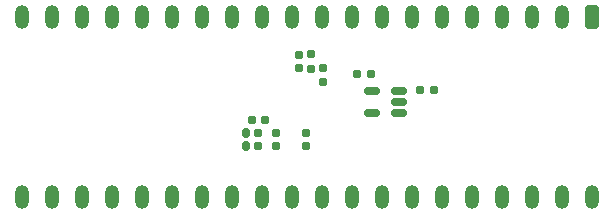
<source format=gbs>
%TF.GenerationSoftware,KiCad,Pcbnew,6.0.2*%
%TF.CreationDate,2022-04-10T12:21:25-06:00*%
%TF.ProjectId,FPGA_1,46504741-5f31-42e6-9b69-6361645f7063,rev?*%
%TF.SameCoordinates,Original*%
%TF.FileFunction,Soldermask,Bot*%
%TF.FilePolarity,Negative*%
%FSLAX46Y46*%
G04 Gerber Fmt 4.6, Leading zero omitted, Abs format (unit mm)*
G04 Created by KiCad (PCBNEW 6.0.2) date 2022-04-10 12:21:25*
%MOMM*%
%LPD*%
G01*
G04 APERTURE LIST*
G04 Aperture macros list*
%AMRoundRect*
0 Rectangle with rounded corners*
0 $1 Rounding radius*
0 $2 $3 $4 $5 $6 $7 $8 $9 X,Y pos of 4 corners*
0 Add a 4 corners polygon primitive as box body*
4,1,4,$2,$3,$4,$5,$6,$7,$8,$9,$2,$3,0*
0 Add four circle primitives for the rounded corners*
1,1,$1+$1,$2,$3*
1,1,$1+$1,$4,$5*
1,1,$1+$1,$6,$7*
1,1,$1+$1,$8,$9*
0 Add four rect primitives between the rounded corners*
20,1,$1+$1,$2,$3,$4,$5,0*
20,1,$1+$1,$4,$5,$6,$7,0*
20,1,$1+$1,$6,$7,$8,$9,0*
20,1,$1+$1,$8,$9,$2,$3,0*%
%AMOutline5P*
0 Free polygon, 5 corners , with rotation*
0 The origin of the aperture is its center*
0 number of corners: always 5*
0 $1 to $10 corner X, Y*
0 $11 Rotation angle, in degrees counterclockwise*
0 create outline with 5 corners*
4,1,5,$1,$2,$3,$4,$5,$6,$7,$8,$9,$10,$1,$2,$11*%
%AMOutline6P*
0 Free polygon, 6 corners , with rotation*
0 The origin of the aperture is its center*
0 number of corners: always 6*
0 $1 to $12 corner X, Y*
0 $13 Rotation angle, in degrees counterclockwise*
0 create outline with 6 corners*
4,1,6,$1,$2,$3,$4,$5,$6,$7,$8,$9,$10,$11,$12,$1,$2,$13*%
%AMOutline7P*
0 Free polygon, 7 corners , with rotation*
0 The origin of the aperture is its center*
0 number of corners: always 7*
0 $1 to $14 corner X, Y*
0 $15 Rotation angle, in degrees counterclockwise*
0 create outline with 7 corners*
4,1,7,$1,$2,$3,$4,$5,$6,$7,$8,$9,$10,$11,$12,$13,$14,$1,$2,$15*%
%AMOutline8P*
0 Free polygon, 8 corners , with rotation*
0 The origin of the aperture is its center*
0 number of corners: always 8*
0 $1 to $16 corner X, Y*
0 $17 Rotation angle, in degrees counterclockwise*
0 create outline with 8 corners*
4,1,8,$1,$2,$3,$4,$5,$6,$7,$8,$9,$10,$11,$12,$13,$14,$15,$16,$1,$2,$17*%
G04 Aperture macros list end*
%ADD10Outline8P,-0.600000X0.760000X-0.360000X1.000000X0.360000X1.000000X0.600000X0.760000X0.600000X-0.760000X0.360000X-1.000000X-0.360000X-1.000000X-0.600000X-0.760000X180.000000*%
%ADD11O,1.200000X2.000000*%
%ADD12RoundRect,0.155000X0.155000X-0.212500X0.155000X0.212500X-0.155000X0.212500X-0.155000X-0.212500X0*%
%ADD13RoundRect,0.160000X-0.160000X0.197500X-0.160000X-0.197500X0.160000X-0.197500X0.160000X0.197500X0*%
%ADD14RoundRect,0.155000X-0.155000X0.212500X-0.155000X-0.212500X0.155000X-0.212500X0.155000X0.212500X0*%
%ADD15RoundRect,0.150000X0.512500X0.150000X-0.512500X0.150000X-0.512500X-0.150000X0.512500X-0.150000X0*%
%ADD16RoundRect,0.155000X-0.212500X-0.155000X0.212500X-0.155000X0.212500X0.155000X-0.212500X0.155000X0*%
%ADD17RoundRect,0.160000X0.160000X-0.222500X0.160000X0.222500X-0.160000X0.222500X-0.160000X-0.222500X0*%
G04 APERTURE END LIST*
D10*
%TO.C,J1*%
X111785400Y-81457800D03*
D11*
X109245400Y-81457800D03*
X106705400Y-81457800D03*
X104165400Y-81457800D03*
X101625400Y-81457800D03*
X99085400Y-81457800D03*
X96545400Y-81457800D03*
X94005400Y-81457800D03*
X91465400Y-81457800D03*
X88925400Y-81457800D03*
X86385400Y-81457800D03*
X83845400Y-81457800D03*
X81305400Y-81457800D03*
X78765400Y-81457800D03*
X76225400Y-81457800D03*
X73685400Y-81457800D03*
X71145400Y-81457800D03*
X68605400Y-81457800D03*
X66065400Y-81457800D03*
X63525400Y-81457800D03*
X63525400Y-96697800D03*
X66065400Y-96697800D03*
X68605400Y-96697800D03*
X71145400Y-96697800D03*
X73685400Y-96697800D03*
X76225400Y-96697800D03*
X78765400Y-96697800D03*
X81305400Y-96697800D03*
X83845400Y-96697800D03*
X86385400Y-96697800D03*
X88925400Y-96697800D03*
X91465400Y-96697800D03*
X94005400Y-96697800D03*
X96545400Y-96697800D03*
X99085400Y-96697800D03*
X101625400Y-96697800D03*
X104165400Y-96697800D03*
X106705400Y-96697800D03*
X109245400Y-96697800D03*
X111785400Y-96697800D03*
%TD*%
D12*
%TO.C,C7*%
X83566000Y-92388500D03*
X83566000Y-91253500D03*
%TD*%
D13*
%TO.C,R3*%
X88011000Y-84619500D03*
X88011000Y-85814500D03*
%TD*%
D14*
%TO.C,C5*%
X86995000Y-84674900D03*
X86995000Y-85809900D03*
%TD*%
D15*
%TO.C,U2*%
X95498500Y-87696000D03*
X95498500Y-88646000D03*
X95498500Y-89596000D03*
X93223500Y-89596000D03*
X93223500Y-87696000D03*
%TD*%
D16*
%TO.C,C2*%
X97282000Y-87630000D03*
X98417000Y-87630000D03*
%TD*%
%TO.C,C3*%
X82998500Y-90170000D03*
X84133500Y-90170000D03*
%TD*%
D12*
%TO.C,C6*%
X85090000Y-92388500D03*
X85090000Y-91253500D03*
%TD*%
%TO.C,C8*%
X87630000Y-92388500D03*
X87630000Y-91253500D03*
%TD*%
D17*
%TO.C,D5*%
X82550000Y-92393500D03*
X82550000Y-91248500D03*
%TD*%
D14*
%TO.C,C1*%
X89027000Y-85792500D03*
X89027000Y-86927500D03*
%TD*%
D16*
%TO.C,C4*%
X91939300Y-86309200D03*
X93074300Y-86309200D03*
%TD*%
M02*

</source>
